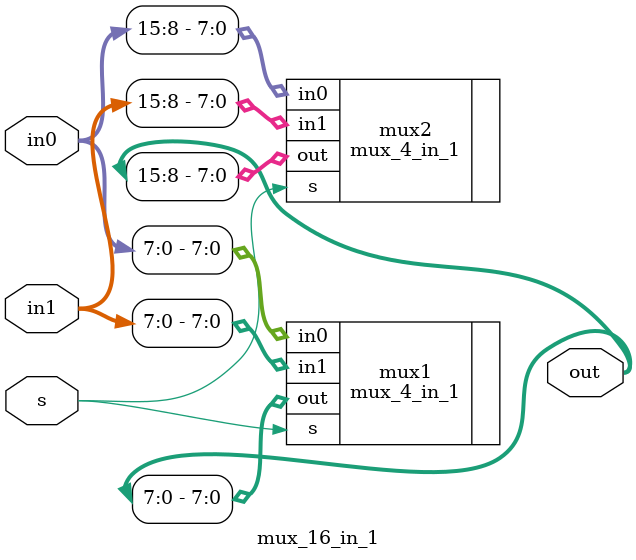
<source format=v>
module mux_16_in_1(in0, in1, s, out);
	input [15:0] in0, in1;
	input s;
	output [15:0] out;
	
	mux_4_in_1 mux1(
		.in0(in0[7:0]),
		.in1(in1[7:0]),
		.s(s),
		.out(out[7:0])
	);
	
	mux_4_in_1 mux2(
		.in0(in0[15:8]),
		.in1(in1[15:8]),
		.s(s),
		.out(out[15:8])
	);
	
endmodule
</source>
